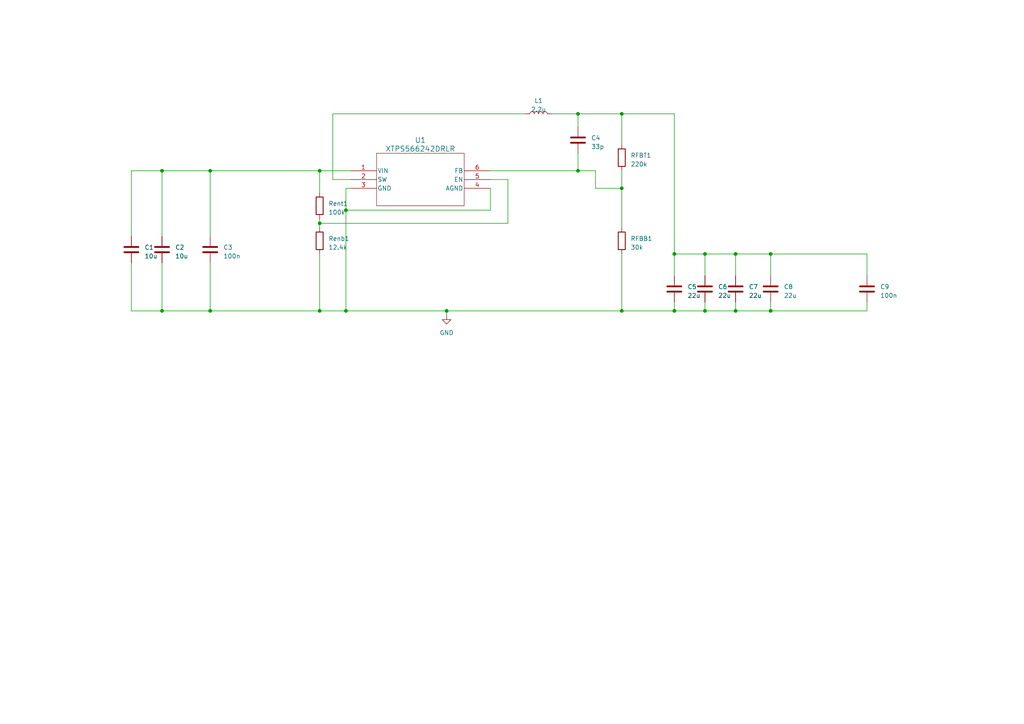
<source format=kicad_sch>
(kicad_sch (version 20230121) (generator eeschema)
  (paper "A4")
  (lib_symbols
    (symbol "Device:C" (pin_numbers hide) (pin_names (offset 0.254))
      (property "Reference" "C" (at 0.635 2.54 0))
      (property "Value" "C" (at 0.635 -2.54 0))
      (symbol "C_0_1"
        (polyline (pts (xy -2.032 -0.762) (xy 2.032 -0.762)) (stroke (width 0.508)))
        (polyline (pts (xy -2.032 0.762) (xy 2.032 0.762)) (stroke (width 0.508)))
      )
      (symbol "C_1_1"
        (pin passive line (at 0 3.81 270) (length 2.794) (name "~") (number "1"))
        (pin passive line (at 0 -3.81 90) (length 2.794) (name "~") (number "2"))
      )
    )
    (symbol "Device:L" (pin_numbers hide) (pin_names (offset 1.016) hide)
      (property "Reference" "L" (at -1.27 0 90))
      (property "Value" "L" (at 1.905 0 90))
      (symbol "L_0_1"
        (arc (start 0 -2.54) (mid 0.6323 -1.905) (end 0 -1.27))
        (arc (start 0 -1.27) (mid 0.6323 -0.635) (end 0 0))
        (arc (start 0 0) (mid 0.6323 0.635) (end 0 1.27))
        (arc (start 0 1.27) (mid 0.6323 1.905) (end 0 2.54))
      )
      (symbol "L_1_1"
        (pin passive line (at 0 3.81 270) (length 1.27) (name "1") (number "1"))
        (pin passive line (at 0 -3.81 90) (length 1.27) (name "2") (number "2"))
      )
    )
    (symbol "Device:R" (pin_numbers hide) (pin_names (offset 0))
      (property "Reference" "R" (at 2.032 0 90))
      (property "Value" "R" (at 0 0 90))
      (symbol "R_0_1"
        (rectangle (start -1.016 -2.54) (end 1.016 2.54) (stroke (width 0.254)))
      )
      (symbol "R_1_1"
        (pin passive line (at 0 3.81 270) (length 1.27) (name "~") (number "1"))
        (pin passive line (at 0 -3.81 90) (length 1.27) (name "~") (number "2"))
      )
    )
    (symbol "SOT6_DRL_TEX:XTPS566242DRLR" (pin_names (offset 0.254))
      (property "Reference" "U" (at 20.32 10.16 0))
      (property "Value" "XTPS566242DRLR" (at 20.32 7.62 0))
      (symbol "XTPS566242DRLR_0_1"
        (polyline (pts (xy 7.62 -10.16) (xy 33.02 -10.16)) (stroke (width 0.127)))
        (polyline (pts (xy 7.62 5.08) (xy 7.62 -10.16)) (stroke (width 0.127)))
        (polyline (pts (xy 33.02 -10.16) (xy 33.02 5.08)) (stroke (width 0.127)))
        (polyline (pts (xy 33.02 5.08) (xy 7.62 5.08)) (stroke (width 0.127)))
        (pin power_in line (at 0 0 0) (length 7.62) (name "VIN") (number "1"))
        (pin output line (at 0 -2.54 0) (length 7.62) (name "SW") (number "2"))
        (pin power_out line (at 0 -5.08 0) (length 7.62) (name "GND") (number "3"))
        (pin power_out line (at 40.64 -5.08 180) (length 7.62) (name "AGND") (number "4"))
        (pin input line (at 40.64 -2.54 180) (length 7.62) (name "EN") (number "5"))
        (pin input line (at 40.64 0 180) (length 7.62) (name "FB") (number "6"))
      )
    )
    (symbol "power:GND" (power) (pin_names (offset 0))
      (property "Value" "GND" (at 0 -3.81 0))
      (symbol "GND_0_1"
        (polyline (pts (xy 0 0) (xy 0 -1.27) (xy 1.27 -1.27) (xy 0 -2.54) (xy -1.27 -1.27) (xy 0 -1.27)))
      )
      (symbol "GND_1_1"
        (pin power_in line (at 0 0 270) (length 0) hide (name "GND") (number "1"))
      )
    )
  )
  (junction (at 167.64 33.02))
  (junction (at 100.33 90.17))
  (junction (at 180.34 90.17))
  (junction (at 213.36 73.66))
  (junction (at 60.96 90.17))
  (junction (at 180.34 54.61))
  (junction (at 213.36 90.17))
  (junction (at 92.71 90.17))
  (junction (at 129.54 90.17))
  (junction (at 60.96 49.53))
  (junction (at 223.52 90.17))
  (junction (at 180.34 33.02))
  (junction (at 167.64 49.53))
  (junction (at 195.58 73.66))
  (junction (at 92.71 64.77))
  (junction (at 100.33 60.96))
  (junction (at 195.58 90.17))
  (junction (at 92.71 49.53))
  (junction (at 223.52 73.66))
  (junction (at 204.47 90.17))
  (junction (at 46.99 90.17))
  (junction (at 204.47 73.66))
  (junction (at 46.99 49.53))
  (wire (pts (xy 180.34 54.61) (xy 180.34 66.04)))
  (wire (pts (xy 167.64 44.45) (xy 167.64 49.53)))
  (wire (pts (xy 142.24 60.96) (xy 100.33 60.96)))
  (wire (pts (xy 92.71 64.77) (xy 92.71 66.04)))
  (wire (pts (xy 180.34 33.02) (xy 195.58 33.02)))
  (wire (pts (xy 38.1 49.53) (xy 46.99 49.53)))
  (wire (pts (xy 38.1 76.2) (xy 38.1 90.17)))
  (wire (pts (xy 142.24 49.53) (xy 167.64 49.53)))
  (wire (pts (xy 213.36 87.63) (xy 213.36 90.17)))
  (wire (pts (xy 223.52 73.66) (xy 251.46 73.66)))
  (wire (pts (xy 46.99 90.17) (xy 60.96 90.17)))
  (wire (pts (xy 92.71 90.17) (xy 100.33 90.17)))
  (wire (pts (xy 180.34 33.02) (xy 167.64 33.02)))
  (wire (pts (xy 223.52 87.63) (xy 223.52 90.17)))
  (wire (pts (xy 96.52 52.07) (xy 101.6 52.07)))
  (wire (pts (xy 46.99 68.58) (xy 46.99 49.53)))
  (wire (pts (xy 100.33 60.96) (xy 100.33 90.17)))
  (wire (pts (xy 101.6 54.61) (xy 100.33 54.61)))
  (wire (pts (xy 100.33 54.61) (xy 100.33 60.96)))
  (wire (pts (xy 204.47 90.17) (xy 213.36 90.17)))
  (wire (pts (xy 142.24 54.61) (xy 142.24 60.96)))
  (wire (pts (xy 195.58 87.63) (xy 195.58 90.17)))
  (wire (pts (xy 92.71 63.5) (xy 92.71 64.77)))
  (wire (pts (xy 204.47 73.66) (xy 204.47 80.01)))
  (wire (pts (xy 92.71 64.77) (xy 147.32 64.77)))
  (wire (pts (xy 172.72 49.53) (xy 172.72 54.61)))
  (wire (pts (xy 195.58 90.17) (xy 204.47 90.17)))
  (wire (pts (xy 92.71 49.53) (xy 92.71 55.88)))
  (wire (pts (xy 60.96 49.53) (xy 92.71 49.53)))
  (wire (pts (xy 60.96 90.17) (xy 92.71 90.17)))
  (wire (pts (xy 223.52 90.17) (xy 251.46 90.17)))
  (wire (pts (xy 204.47 87.63) (xy 204.47 90.17)))
  (wire (pts (xy 213.36 90.17) (xy 223.52 90.17)))
  (wire (pts (xy 100.33 90.17) (xy 129.54 90.17)))
  (wire (pts (xy 46.99 76.2) (xy 46.99 90.17)))
  (wire (pts (xy 204.47 73.66) (xy 213.36 73.66)))
  (wire (pts (xy 147.32 52.07) (xy 142.24 52.07)))
  (wire (pts (xy 92.71 73.66) (xy 92.71 90.17)))
  (wire (pts (xy 167.64 33.02) (xy 160.02 33.02)))
  (wire (pts (xy 251.46 90.17) (xy 251.46 87.63)))
  (wire (pts (xy 213.36 73.66) (xy 213.36 80.01)))
  (wire (pts (xy 223.52 73.66) (xy 223.52 80.01)))
  (wire (pts (xy 129.54 90.17) (xy 180.34 90.17)))
  (wire (pts (xy 38.1 49.53) (xy 38.1 68.58)))
  (wire (pts (xy 167.64 33.02) (xy 167.64 36.83)))
  (wire (pts (xy 46.99 49.53) (xy 60.96 49.53)))
  (wire (pts (xy 213.36 73.66) (xy 223.52 73.66)))
  (wire (pts (xy 129.54 90.17) (xy 129.54 91.44)))
  (wire (pts (xy 60.96 49.53) (xy 60.96 68.58)))
  (wire (pts (xy 180.34 73.66) (xy 180.34 90.17)))
  (wire (pts (xy 38.1 90.17) (xy 46.99 90.17)))
  (wire (pts (xy 172.72 54.61) (xy 180.34 54.61)))
  (wire (pts (xy 251.46 73.66) (xy 251.46 80.01)))
  (wire (pts (xy 180.34 90.17) (xy 195.58 90.17)))
  (wire (pts (xy 195.58 33.02) (xy 195.58 73.66)))
  (wire (pts (xy 147.32 64.77) (xy 147.32 52.07)))
  (wire (pts (xy 195.58 73.66) (xy 195.58 80.01)))
  (wire (pts (xy 96.52 33.02) (xy 96.52 52.07)))
  (wire (pts (xy 101.6 49.53) (xy 92.71 49.53)))
  (wire (pts (xy 60.96 76.2) (xy 60.96 90.17)))
  (wire (pts (xy 167.64 49.53) (xy 172.72 49.53)))
  (wire (pts (xy 152.4 33.02) (xy 96.52 33.02)))
  (wire (pts (xy 180.34 41.91) (xy 180.34 33.02)))
  (wire (pts (xy 180.34 49.53) (xy 180.34 54.61)))
  (wire (pts (xy 195.58 73.66) (xy 204.47 73.66)))
  (symbol (lib_id "Device:C") (at 204.47 83.82 0) (unit 1)
    (property "Reference" "C6" (at 208.28 83.185 0) (effects (justify left)))
    (property "Value" "22u" (at 208.28 85.725 0) (effects (justify left)))
    (property "Footprint" "Capacitor_SMD:C_0805_2012Metric_Pad1.18x1.45mm_HandSolder" (effects hide))
  )
  (symbol (lib_id "Device:R") (at 92.71 59.69 0) (unit 1)
    (property "Reference" "Rent1" (at 95.25 59.055 0) (effects (justify left)))
    (property "Value" "100k" (at 95.25 61.595 0) (effects (justify left)))
    (property "Footprint" "Resistor_SMD:R_0402_1005Metric_Pad0.72x0.64mm_HandSolder" (effects hide))
  )
  (symbol (lib_id "Device:C") (at 46.99 72.39 0) (unit 1)
    (property "Reference" "C2" (at 50.8 71.755 0) (effects (justify left)))
    (property "Value" "10u" (at 50.8 74.295 0) (effects (justify left)))
    (property "Footprint" "Capacitor_SMD:C_0805_2012Metric_Pad1.18x1.45mm_HandSolder" (effects hide))
  )
  (symbol (lib_id "power:GND") (at 129.54 91.44 0) (unit 1)
    (property "Reference" "#PWR01" (effects hide))
    (property "Value" "GND" (at 129.54 96.52 0))
  )
  (symbol (lib_id "Device:C") (at 223.52 83.82 0) (unit 1)
    (property "Reference" "C8" (at 227.33 83.185 0) (effects (justify left)))
    (property "Value" "22u" (at 227.33 85.725 0) (effects (justify left)))
    (property "Footprint" "Capacitor_SMD:C_0805_2012Metric_Pad1.18x1.45mm_HandSolder" (effects hide))
  )
  (symbol (lib_id "Device:R") (at 92.71 69.85 0) (unit 1)
    (property "Reference" "Renb1" (at 95.25 69.215 0) (effects (justify left)))
    (property "Value" "12.4k" (at 95.25 71.755 0) (effects (justify left)))
    (property "Footprint" "Resistor_SMD:R_0402_1005Metric_Pad0.72x0.64mm_HandSolder" (effects hide))
  )
  (symbol (lib_id "Device:C") (at 195.58 83.82 0) (unit 1)
    (property "Reference" "C5" (at 199.39 83.185 0) (effects (justify left)))
    (property "Value" "22u" (at 199.39 85.725 0) (effects (justify left)))
    (property "Footprint" "Capacitor_SMD:C_0805_2012Metric_Pad1.18x1.45mm_HandSolder" (effects hide))
  )
  (symbol (lib_id "Device:R") (at 180.34 45.72 0) (unit 1)
    (property "Reference" "RFBT1" (at 182.88 45.085 0) (effects (justify left)))
    (property "Value" "220k" (at 182.88 47.625 0) (effects (justify left)))
    (property "Footprint" "Resistor_SMD:R_0603_1608Metric_Pad0.98x0.95mm_HandSolder" (effects hide))
  )
  (symbol (lib_id "Device:C") (at 167.64 40.64 0) (unit 1)
    (property "Reference" "C4" (at 171.45 40.005 0) (effects (justify left)))
    (property "Value" "33p" (at 171.45 42.545 0) (effects (justify left)))
    (property "Footprint" "Capacitor_SMD:C_0402_1005Metric_Pad0.74x0.62mm_HandSolder" (effects hide))
  )
  (symbol (lib_id "Device:L") (at 156.21 33.02 90) (unit 1)
    (property "Reference" "L1" (at 156.21 29.21 90))
    (property "Value" "2.2u" (at 156.21 31.75 90))
    (property "Footprint" "Inductor_SMD:L_Coilcraft_XAL5030-XXX" (effects hide))
  )
  (symbol (lib_id "Device:C") (at 38.1 72.39 0) (unit 1)
    (property "Reference" "C1" (at 41.91 71.755 0) (effects (justify left)))
    (property "Value" "10u" (at 41.91 74.295 0) (effects (justify left)))
    (property "Footprint" "Capacitor_SMD:C_0805_2012Metric_Pad1.18x1.45mm_HandSolder" (effects hide))
  )
  (symbol (lib_id "Device:R") (at 180.34 69.85 0) (unit 1)
    (property "Reference" "RFBB1" (at 182.88 69.215 0) (effects (justify left)))
    (property "Value" "30k" (at 182.88 71.755 0) (effects (justify left)))
    (property "Footprint" "Resistor_SMD:R_0603_1608Metric_Pad0.98x0.95mm_HandSolder" (effects hide))
  )
  (symbol (lib_id "SOT6_DRL_TEX:XTPS566242DRLR") (at 101.6 49.53 0) (unit 1)
    (property "Reference" "U1" (at 121.92 40.64 0) (effects (font (size 1.524 1.524))))
    (property "Value" "XTPS566242DRLR" (at 121.92 43.18 0) (effects (font (size 1.524 1.524))))
    (property "Footprint" "CustomLibrary:SOT6_DRL_TEX" (effects hide))
    (property "Datasheet" "XTPS566242DRLR" (effects hide))
  )
  (symbol (lib_id "Device:C") (at 213.36 83.82 0) (unit 1)
    (property "Reference" "C7" (at 217.17 83.185 0) (effects (justify left)))
    (property "Value" "22u" (at 217.17 85.725 0) (effects (justify left)))
    (property "Footprint" "Capacitor_SMD:C_0805_2012Metric_Pad1.18x1.45mm_HandSolder" (effects hide))
  )
  (symbol (lib_id "Device:C") (at 251.46 83.82 0) (unit 1)
    (property "Reference" "C9" (at 255.27 83.185 0) (effects (justify left)))
    (property "Value" "100n" (at 255.27 85.725 0) (effects (justify left)))
    (property "Footprint" "Capacitor_SMD:C_0603_1608Metric_Pad1.08x0.95mm_HandSolder" (effects hide))
  )
  (symbol (lib_id "Device:C") (at 60.96 72.39 0) (unit 1)
    (property "Reference" "C3" (at 64.77 71.755 0) (effects (justify left)))
    (property "Value" "100n" (at 64.77 74.295 0) (effects (justify left)))
    (property "Footprint" "Capacitor_SMD:C_0603_1608Metric_Pad1.08x0.95mm_HandSolder" (effects hide))
  )
)
</source>
